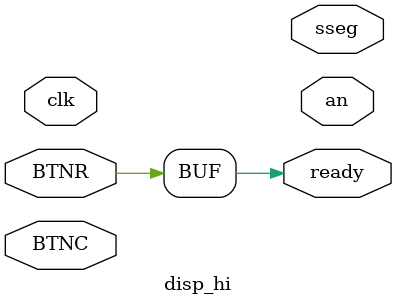
<source format=sv>
`timescale 1ns / 1ps


module disp_hi(
    input clk,
    input BTNC,
    input BTNR,
    output [6:0] sseg,
    output [7:0] an,
    output ready
    );
    
    parameter an0  = 8'b11111110;
    parameter an1  = 8'b11111101;
    
    
    
    assign ready = BTNR;
    
endmodule

</source>
